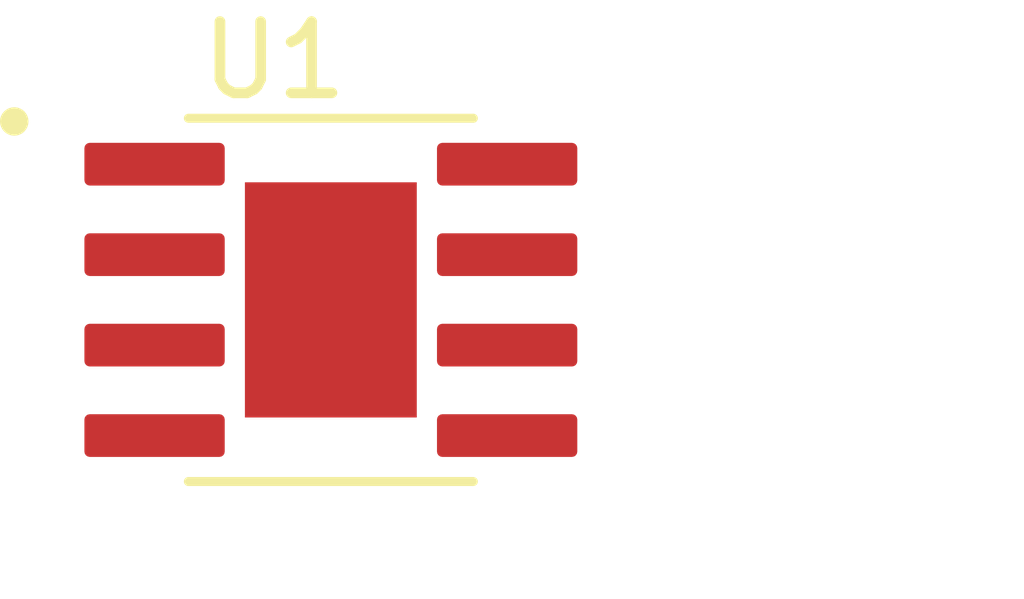
<source format=kicad_pcb>
(kicad_pcb (version 20221018) (generator pcbnew)
  (layers (0 "F.Cu" signal) (31 "B.Cu" signal) (34 "B.Paste" user) (35 "F.Paste" user) (36 "B.SilkS" user "B.Silkscreen") (37 "F.SilkS" user "F.Silkscreen") (38 "B.Mask" user) (39 "F.Mask" user) (44 "Edge.Cuts" user))
  (net 0 "")
  (footprint "TP4056:SOP127P600X175-9N" (layer "F.Cu") (at 125.525 85.095)
    (fp_text reference "U1" (at -0.795 -3.362) (layer "F.SilkS"))
    (fp_text value "TP4056")
    (fp_line (start -2 -2.55) (end 2 -2.55) (stroke (width 0.127)) (layer "F.SilkS"))
    (fp_line (start -2 2.55) (end 2 2.55) (stroke (width 0.127)) (layer "F.SilkS"))
    (fp_circle (center -4.445 -2.505) (end -4.345 -2.505) (stroke (width 0.2)) (fill none) (layer "F.SilkS"))
    (pad "1" smd roundrect (at -2.475 -1.905) (size 1.97 0.6) (layers "F.Cu" "F.Paste" "F.Mask") (roundrect_rratio 0.125))
    (pad "2" smd roundrect (at -2.475 -0.635) (size 1.97 0.6) (layers "F.Cu" "F.Paste" "F.Mask") (roundrect_rratio 0.125))
    (pad "3" smd roundrect (at -2.475 0.635) (size 1.97 0.6) (layers "F.Cu" "F.Paste" "F.Mask") (roundrect_rratio 0.125))
    (pad "4" smd roundrect (at -2.475 1.905) (size 1.97 0.6) (layers "F.Cu" "F.Paste" "F.Mask") (roundrect_rratio 0.125))
    (pad "5" smd roundrect (at 2.475 1.905) (size 1.97 0.6) (layers "F.Cu" "F.Paste" "F.Mask") (roundrect_rratio 0.125))
    (pad "6" smd roundrect (at 2.475 0.635) (size 1.97 0.6) (layers "F.Cu" "F.Paste" "F.Mask") (roundrect_rratio 0.125))
    (pad "7" smd roundrect (at 2.475 -0.635) (size 1.97 0.6) (layers "F.Cu" "F.Paste" "F.Mask") (roundrect_rratio 0.125))
    (pad "8" smd roundrect (at 2.475 -1.905) (size 1.97 0.6) (layers "F.Cu" "F.Paste" "F.Mask") (roundrect_rratio 0.125))
    (pad "9" smd rect (at 0 0) (size 2.413 3.302) (layers "F.Cu" "F.Mask"))
  )
)
</source>
